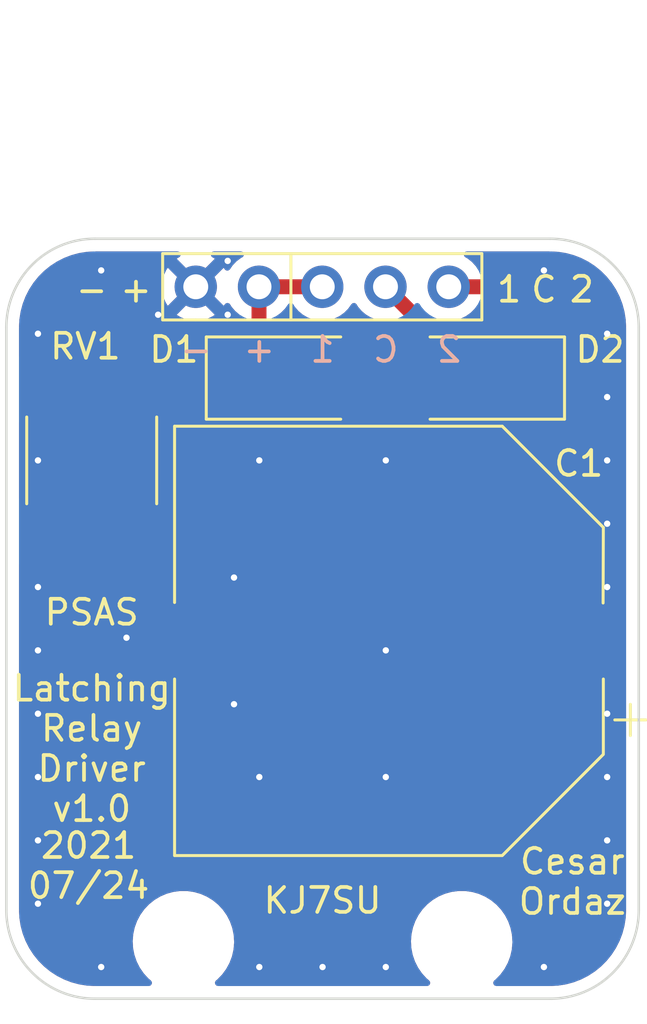
<source format=kicad_pcb>
(kicad_pcb (version 20210606) (generator pcbnew)
  (layers (0 "F.Cu" signal) (31 "B.Cu" signal) (34 "B.Paste" user) (35 "F.Paste" user) (36 "B.SilkS" user "B.Silkscreen") (37 "F.SilkS" user "F.Silkscreen") (38 "B.Mask" user) (39 "F.Mask" user) (44 "Edge.Cuts" user))
  (net 0 "")
  (net 1 "GND")
  (net 2 "/COIL_2")
  (net 3 "/COIL_1")
  (net 4 "/COMMON")
  (footprint "SMD_MOV:2220_MOV" (layer "F.Cu") (at 130.429 80.01 -90)
    (fp_text reference "RV1" (at -4.572 0.254 unlocked) (layer "F.SilkS"))
    (fp_text value "MOV" hide)
    (fp_line (start -1.74 -2.61) (end 1.74 -2.61) (layer "F.SilkS") (width 0.12))
    (fp_line (start -1.74 2.61) (end 1.74 2.61) (layer "F.SilkS") (width 0.12))
    (pad "1" smd roundrect locked (at -2.85 0 270) (size 1.5 5.5) (layers "F.Cu" "F.Paste" "F.Mask") (roundrect_rratio 0.132) (net 3 "/COIL_1"))
    (pad "2" smd roundrect locked (at 2.85 0 270) (size 1.5 5.5) (layers "F.Cu" "F.Paste" "F.Mask") (roundrect_rratio 0.132) (net 2 "/COIL_2"))
  )
  (footprint "Diode_SMD:D_SMA" (layer "F.Cu") (at 146.018 76.708 180)
    (fp_text reference "D2" (at -4.826 1.143) (layer "F.SilkS"))
    (fp_text value "S1G" hide)
    (fp_line (start -3.4 -1.65) (end 2 -1.65) (layer "F.SilkS") (width 0.12))
    (fp_line (start -3.4 1.65) (end 2 1.65) (layer "F.SilkS") (width 0.12))
    (fp_line (start -3.4 -1.65) (end -3.4 1.65) (layer "F.SilkS") (width 0.12))
    (pad "1" smd rect locked (at -2 0 180) (size 2.5 1.8) (layers "F.Cu" "F.Paste" "F.Mask") (net 2 "/COIL_2"))
    (pad "2" smd rect locked (at 2 0 180) (size 2.5 1.8) (layers "F.Cu" "F.Paste" "F.Mask") (net 4 "/COMMON"))
  )
  (footprint "Pinhead:2-3_1x05_2.54mm" (layer "F.Cu") (at 139.7 73.025 90)
    (fp_text reference "J1" hide)
    (fp_text value "Conn_01x05" hide)
    (fp_line (start -1.352 -1.27) (end 1.308 -1.27) (layer "F.SilkS") (width 0.12))
    (fp_line (start 1.308 -6.422) (end 1.308 6.398) (layer "F.SilkS") (width 0.12))
    (fp_line (start -1.352 -5.092) (end -1.352 -6.422) (layer "F.SilkS") (width 0.12))
    (fp_line (start -1.352 -3.822) (end -1.352 6.398) (layer "F.SilkS") (width 0.12))
    (fp_line (start -1.352 -6.422) (end 1.308 -6.422) (layer "F.SilkS") (width 0.12))
    (fp_line (start -1.352 -3.822) (end -1.352 -5.092) (layer "F.SilkS") (width 0.12))
    (fp_line (start -1.352 6.398) (end 1.308 6.398) (layer "F.SilkS") (width 0.12))
    (pad "1" thru_hole circle locked (at -0.022 -5.092 90) (size 1.7 1.7) (drill 1) (layers *.Cu *.Mask) (net 1 "GND"))
    (pad "2" thru_hole oval locked (at -0.022 -2.552 90) (size 1.7 1.7) (drill 1) (layers *.Cu *.Mask) (net 3 "/COIL_1"))
    (pad "3" thru_hole oval locked (at -0.022 -0.012 90) (size 1.7 1.7) (drill 1) (layers *.Cu *.Mask) (net 3 "/COIL_1"))
    (pad "4" thru_hole oval locked (at -0.022 2.528 90) (size 1.7 1.7) (drill 1) (layers *.Cu *.Mask) (net 4 "/COMMON"))
    (pad "5" thru_hole oval locked (at -0.022 5.068 90) (size 1.7 1.7) (drill 1) (layers *.Cu *.Mask) (net 2 "/COIL_2"))
  )
  (footprint "Diode_SMD:D_SMA" (layer "F.Cu") (at 138.43 76.708)
    (fp_text reference "D1" (at -4.699 -1.143) (layer "F.SilkS"))
    (fp_text value "S1G" hide)
    (fp_line (start -3.4 -1.65) (end 2 -1.65) (layer "F.SilkS") (width 0.12))
    (fp_line (start -3.4 1.65) (end 2 1.65) (layer "F.SilkS") (width 0.12))
    (fp_line (start -3.4 -1.65) (end -3.4 1.65) (layer "F.SilkS") (width 0.12))
    (pad "1" smd rect locked (at -2 0) (size 2.5 1.8) (layers "F.Cu" "F.Paste" "F.Mask") (net 3 "/COIL_1"))
    (pad "2" smd rect locked (at 2 0) (size 2.5 1.8) (layers "F.Cu" "F.Paste" "F.Mask") (net 4 "/COMMON"))
  )
  (footprint "SMD_Cap:CP_Elec_16x16.8" (layer "F.Cu") (at 142.367 87.249 180)
    (fp_text reference "C1" (at -7.62 7.112) (layer "F.SilkS"))
    (fp_text value "C_Small" hide)
    (fp_line (start 8.61 -8.61) (end -4.53 -8.61) (layer "F.SilkS") (width 0.12))
    (fp_line (start -10.32 -3.17) (end -9.07 -3.17) (layer "F.SilkS") (width 0.12))
    (fp_line (start 8.61 8.61) (end 8.61 1.54) (layer "F.SilkS") (width 0.12))
    (fp_line (start -8.61 4.55) (end -8.6 1.52) (layer "F.SilkS") (width 0.12))
    (fp_line (start -8.61 -4.55) (end -8.61 -1.53) (layer "F.SilkS") (width 0.12))
    (fp_line (start 8.61 -8.61) (end 8.61 -1.53) (layer "F.SilkS") (width 0.12))
    (fp_line (start -8.61 4.55) (end -4.55 8.61) (layer "F.SilkS") (width 0.12))
    (fp_line (start -4.55 8.61) (end 8.61 8.61) (layer "F.SilkS") (width 0.12))
    (fp_line (start -9.695 -3.795) (end -9.695 -2.545) (layer "F.SilkS") (width 0.12))
    (fp_line (start -4.55 -8.61) (end -8.6 -4.56) (layer "F.SilkS") (width 0.12))
    (pad "1" smd roundrect locked (at -6.25 0 180) (size 6.5 2.5) (layers "F.Cu" "F.Paste" "F.Mask") (roundrect_rratio 0.132) (net 2 "/COIL_2"))
    (pad "2" smd roundrect locked (at 6.25 0 180) (size 6.5 2.5) (layers "F.Cu" "F.Paste" "F.Mask") (roundrect_rratio 0.132) (net 1 "GND"))
  )
  (footprint "holes:Hole_0.12in" (layer "F.Cu") (at 145.288 99.314)
    (fp_text reference "REF**" hide)
    (fp_text value "Hole_0.12in" hide)
    (pad "" np_thru_hole circle locked (at 0 0) (size 3.048 3.048) (drill 3.048) (layers F&B.Cu *.Mask))
  )
  (footprint "holes:Hole_0.12in" (layer "F.Cu") (at 134.112 99.314)
    (fp_text reference "REF**" hide)
    (fp_text value "Hole_0.12in" hide)
    (pad "" np_thru_hole circle locked (at 0 0) (size 3.048 3.048) (drill 3.048) (layers F&B.Cu *.Mask))
  )
  (gr_arc (start 130.556 74.676) (end 130.556 71.12) (angle -90) (layer "Edge.Cuts") (width 0.1))
  (gr_line (start 127 74.676) (end 127 98.044) (layer "Edge.Cuts") (width 0.1))
  (gr_line (start 148.844 101.6) (end 130.556 101.6) (layer "Edge.Cuts") (width 0.1))
  (gr_arc (start 148.844 74.676) (end 148.844 71.12) (angle 90) (layer "Edge.Cuts") (width 0.1))
  (gr_line (start 152.4 98.044) (end 152.4 74.676) (layer "Edge.Cuts") (width 0.1))
  (gr_line (start 148.844 71.12) (end 130.556 71.12) (layer "Edge.Cuts") (width 0.1))
  (gr_arc (start 148.844 98.044) (end 148.844 101.6) (angle -90) (layer "Edge.Cuts") (width 0.1))
  (gr_arc (start 130.556 98.044) (end 130.556 101.6) (angle 90) (layer "Edge.Cuts") (width 0.1))
  (gr_text "-\n" (at 134.62 75.565) (layer "B.SilkS") (effects (font (size 1 1)) (justify mirror)))
  (gr_text "C" (at 142.24 75.565) (layer "B.SilkS") (effects (font (size 1 1)) (justify mirror)))
  (gr_text "+" (at 137.16 75.565) (layer "B.SilkS") (effects (font (size 1 1)) (justify mirror)))
  (gr_text "1" (at 139.7 75.565) (layer "B.SilkS") (effects (font (size 1 1)) (justify mirror)))
  (gr_text "2" (at 144.78 75.565) (layer "B.SilkS") (effects (font (size 1 1)) (justify mirror)))
  (gr_text "Latching\nRelay\nDriver\nv1.0" (at 130.429 91.567) (layer "F.SilkS") (effects (font (size 1 1))))
  (gr_text "+" (at 132.207 73.152) (layer "F.SilkS") (effects (font (size 1 1))))
  (gr_text "-" (at 130.429 73.152) (layer "F.SilkS") (effects (font (size 1 1))))
  (gr_text "C" (at 148.59 73.152) (layer "F.SilkS") (effects (font (size 1 1))))
  (gr_text "KJ7SU" (at 139.7 97.663) (layer "F.SilkS") (effects (font (size 1 1))))
  (gr_text "2021\n07/24" (at 130.302 96.266) (layer "F.SilkS") (effects (font (size 1 1))))
  (gr_text "2" (at 150.114 73.152) (layer "F.SilkS") (effects (font (size 1 1))))
  (gr_text "1" (at 147.193 73.152) (layer "F.SilkS") (effects (font (size 1 1))))
  (gr_text "PSAS" (at 130.429 86.106) (layer "F.SilkS") (effects (font (size 1 1))))
  (gr_text "Cesar\nOrdaz" (at 149.733 96.901) (layer "F.SilkS") (effects (font (size 1 1))))
  (via (at 151.13 74.93) (size 0.508) (drill 0.254) (layers "F.Cu" "B.Cu") (net 1))
  (via (at 128.27 95.25) (size 0.508) (drill 0.254) (layers "F.Cu" "B.Cu") (net 1))
  (via (at 142.24 80.01) (size 0.508) (drill 0.254) (layers "F.Cu" "B.Cu") (net 1))
  (via (at 148.59 100.33) (size 0.508) (drill 0.254) (layers "F.Cu" "B.Cu") (net 1))
  (via (at 128.27 74.93) (size 0.508) (drill 0.254) (layers "F.Cu" "B.Cu") (net 1))
  (via (at 137.16 92.71) (size 0.508) (drill 0.254) (layers "F.Cu" "B.Cu") (net 1))
  (via (at 133.096 74.168) (size 0.508) (drill 0.254) (layers "F.Cu" "B.Cu") (net 1))
  (via (at 128.27 90.17) (size 0.508) (drill 0.254) (layers "F.Cu" "B.Cu") (net 1))
  (via (at 142.24 100.33) (size 0.508) (drill 0.254) (layers "F.Cu" "B.Cu") (net 1))
  (via (at 137.16 80.01) (size 0.508) (drill 0.254) (layers "F.Cu" "B.Cu") (net 1))
  (via (at 151.13 95.25) (size 0.508) (drill 0.254) (layers "F.Cu" "B.Cu") (net 1))
  (via (at 151.13 85.09) (size 0.508) (drill 0.254) (layers "F.Cu" "B.Cu") (net 1))
  (via (at 130.81 72.39) (size 0.508) (drill 0.254) (layers "F.Cu" "B.Cu") (net 1))
  (via (at 148.59 72.39) (size 0.508) (drill 0.254) (layers "F.Cu" "B.Cu") (net 1))
  (via (at 139.7 100.33) (size 0.508) (drill 0.254) (layers "F.Cu" "B.Cu") (net 1))
  (via (at 151.13 82.55) (size 0.508) (drill 0.254) (layers "F.Cu" "B.Cu") (net 1))
  (via (at 136.144 89.789) (size 0.508) (drill 0.254) (layers "F.Cu" "B.Cu") (net 1))
  (via (at 136.144 84.709) (size 0.508) (drill 0.254) (layers "F.Cu" "B.Cu") (net 1))
  (via (at 128.27 97.79) (size 0.508) (drill 0.254) (layers "F.Cu" "B.Cu") (net 1))
  (via (at 151.13 92.71) (size 0.508) (drill 0.254) (layers "F.Cu" "B.Cu") (net 1))
  (via (at 135.89 74.168) (size 0.508) (drill 0.254) (layers "F.Cu" "B.Cu") (net 1))
  (via (at 128.27 85.09) (size 0.508) (drill 0.254) (layers "F.Cu" "B.Cu") (net 1))
  (via (at 151.13 80.01) (size 0.508) (drill 0.254) (layers "F.Cu" "B.Cu") (net 1))
  (via (at 128.27 92.71) (size 0.508) (drill 0.254) (layers "F.Cu" "B.Cu") (net 1))
  (via (at 142.24 87.63) (size 0.508) (drill 0.254) (layers "F.Cu" "B.Cu") (net 1))
  (via (at 130.81 100.33) (size 0.508) (drill 0.254) (layers "F.Cu" "B.Cu") (net 1))
  (via (at 151.13 97.79) (size 0.508) (drill 0.254) (layers "F.Cu" "B.Cu") (net 1))
  (via (at 137.16 100.33) (size 0.508) (drill 0.254) (layers "F.Cu" "B.Cu") (net 1))
  (via (at 151.13 77.47) (size 0.508) (drill 0.254) (layers "F.Cu" "B.Cu") (net 1))
  (via (at 142.24 92.71) (size 0.508) (drill 0.254) (layers "F.Cu" "B.Cu") (net 1))
  (via (at 128.27 87.63) (size 0.508) (drill 0.254) (layers "F.Cu" "B.Cu") (net 1))
  (via (at 128.27 80.01) (size 0.508) (drill 0.254) (layers "F.Cu" "B.Cu") (net 1))
  (via (at 131.826 87.122) (size 0.508) (drill 0.254) (layers "F.Cu" "B.Cu") (net 1))
  (via (at 151.13 90.17) (size 0.508) (drill 0.254) (layers "F.Cu" "B.Cu") (net 1))
  (via (at 135.89 72.009) (size 0.508) (drill 0.254) (layers "F.Cu" "B.Cu") (net 1))
  (segment (start 130.429 82.86) (end 146.628 82.86) (width 0.6) (layer "F.Cu") (net 2))
  (segment (start 148.018 76.708) (end 148.018 74.612) (width 0.6) (layer "F.Cu") (net 2))
  (segment (start 146.628 82.86) (end 148.018 81.47) (width 0.6) (layer "F.Cu") (net 2))
  (segment (start 148.018 81.47) (end 148.018 86.65) (width 0.6) (layer "F.Cu") (net 2))
  (segment (start 148.018 86.65) (end 148.617 87.249) (width 0.6) (layer "F.Cu") (net 2))
  (segment (start 148.018 76.708) (end 148.018 81.47) (width 0.6) (layer "F.Cu") (net 2))
  (segment (start 148.018 74.612) (end 146.453 73.047) (width 0.6) (layer "F.Cu") (net 2))
  (segment (start 146.453 73.047) (end 144.768 73.047) (width 0.6) (layer "F.Cu") (net 2))
  (segment (start 136.073 77.16) (end 130.429 77.16) (width 0.6) (layer "F.Cu") (net 3))
  (segment (start 136.43 76.803) (end 136.073 77.16) (width 0.6) (layer "F.Cu") (net 3))
  (segment (start 137.148 74.537) (end 137.148 73.047) (width 0.6) (layer "F.Cu") (net 3))
  (segment (start 136.43 75.279) (end 137.16 74.549) (width 0.6) (layer "F.Cu") (net 3))
  (segment (start 136.43 76.708) (end 136.43 75.279) (width 0.6) (layer "F.Cu") (net 3))
  (segment (start 137.16 74.549) (end 137.148 74.537) (width 0.6) (layer "F.Cu") (net 3))
  (segment (start 137.148 73.047) (end 139.688 73.047) (width 0.6) (layer "F.Cu") (net 3))
  (segment (start 136.43 76.708) (end 136.43 76.803) (width 0.6) (layer "F.Cu") (net 3))
  (segment (start 140.43 76.708) (end 144.018 76.708) (width 0.6) (layer "F.Cu") (net 4))
  (segment (start 144.018 74.837) (end 144.018 76.708) (width 0.6) (layer "F.Cu") (net 4))
  (segment (start 142.228 73.047) (end 144.018 74.837) (width 0.6) (layer "F.Cu") (net 4))
  (zone (net 1) (net_name "GND") (layers F&B.Cu) (connect_pads (clearance 0.508)) (min_thickness 0.254) (fill yes (thermal_gap 0.508) (thermal_bridge_width 0.508))
    (polygon (pts (xy 152.654 101.854) (xy 126.746 101.854) (xy 126.746 70.866) (xy 152.654 70.866)))
  )
)
</source>
